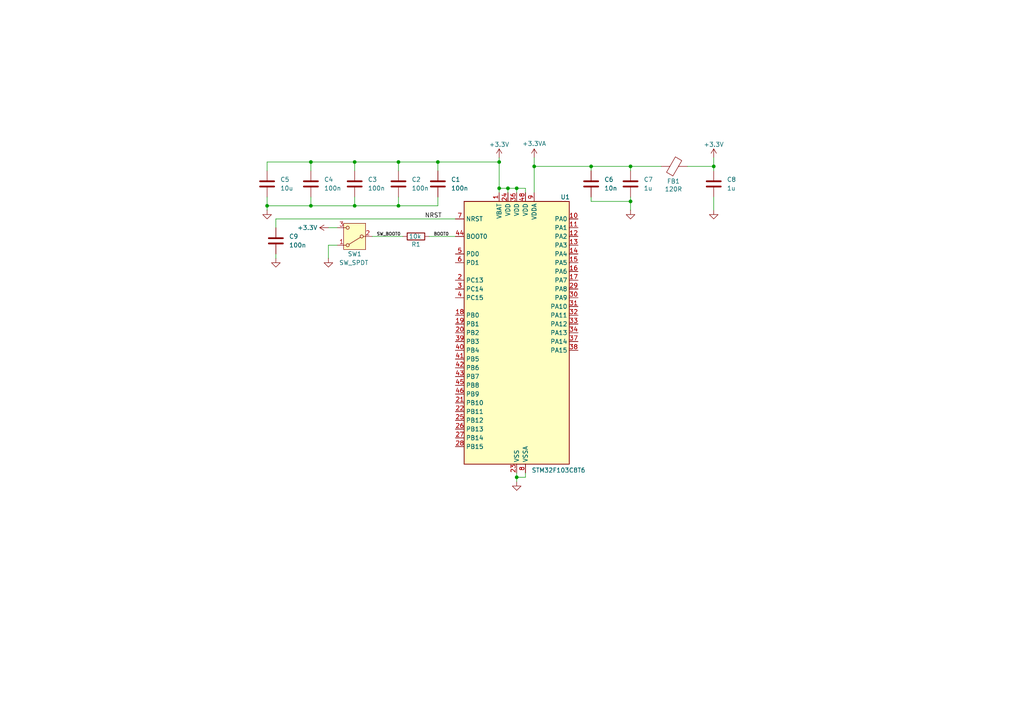
<source format=kicad_sch>
(kicad_sch (version 20250114) (generator "eeschema") (generator_version "9.0")
  (paper "A4")
  (title_block (title "STM32 Minimum Viable Board") (rev "1.0") (company "Soham Shete") (comment 1 "Team VAUV"))
  (lib_symbols
    (symbol "Device:C" (pin_numbers (hide yes)) (pin_names (offset 0.254))
      (property "Reference" "C" (at 0.635 2.54 0))
      (property "Value" "C" (at 0.635 -2.54 0))
      (symbol "C_0_1"
        (polyline (pts (xy -2.032 0.762) (xy 2.032 0.762)) (stroke (width 0.508)))
        (polyline (pts (xy -2.032 -0.762) (xy 2.032 -0.762)) (stroke (width 0.508)))
      )
      (symbol "C_1_1"
        (pin passive line (at 0 3.81 270) (length 2.794) (name "~") (number "1"))
        (pin passive line (at 0 -3.81 90) (length 2.794) (name "~") (number "2"))
      )
    )
    (symbol "Device:FerriteBead" (pin_numbers (hide yes)) (pin_names (offset 0))
      (property "Reference" "FB" (at -3.81 0.635 90))
      (property "Value" "FerriteBead" (at 3.81 0 90))
      (symbol "FerriteBead_0_1"
        (polyline (pts (xy -2.7686 0.4064) (xy -1.7018 2.2606) (xy 2.7686 -0.3048) (xy 1.6764 -2.159) (xy -2.7686 0.4064)))
        (polyline (pts (xy 0 1.27) (xy 0 1.2954)))
        (polyline (pts (xy 0 -1.27) (xy 0 -1.2192)))
      )
      (symbol "FerriteBead_1_1"
        (pin passive line (at 0 3.81 270) (length 2.54) (name "~") (number "1"))
        (pin passive line (at 0 -3.81 90) (length 2.54) (name "~") (number "2"))
      )
    )
    (symbol "Device:R" (pin_numbers (hide yes)) (pin_names (offset 0))
      (property "Reference" "R" (at 2.032 0 90))
      (property "Value" "R" (at 0 0 90))
      (symbol "R_0_1"
        (rectangle (start -1.016 -2.54) (end 1.016 2.54) (stroke (width 0.254)))
      )
      (symbol "R_1_1"
        (pin passive line (at 0 3.81 270) (length 1.27) (name "~") (number "1"))
        (pin passive line (at 0 -3.81 90) (length 1.27) (name "~") (number "2"))
      )
    )
    (symbol "MCU_ST_STM32F1:STM32F103C8Tx"
      (property "Reference" "U" (at -15.24 39.37 0))
      (property "Value" "STM32F103C8Tx" (at 7.62 39.37 0))
      (symbol "STM32F103C8Tx_0_1"
        (rectangle (start -15.24 -38.1) (end 15.24 38.1) (stroke (width 0.254)) (fill (type background)))
      )
      (symbol "STM32F103C8Tx_1_1"
        (pin input line (at -17.78 33.02 0) (length 2.54) (name "NRST") (number "7"))
        (pin input line (at -17.78 27.94 0) (length 2.54) (name "BOOT0") (number "44"))
        (pin bidirectional line (at -17.78 22.86 0) (length 2.54) (name "PD0") (number "5"))
        (pin bidirectional line (at -17.78 20.32 0) (length 2.54) (name "PD1") (number "6"))
        (pin bidirectional line (at -17.78 15.24 0) (length 2.54) (name "PC13") (number "2"))
        (pin bidirectional line (at -17.78 12.7 0) (length 2.54) (name "PC14") (number "3"))
        (pin bidirectional line (at -17.78 10.16 0) (length 2.54) (name "PC15") (number "4"))
        (pin bidirectional line (at -17.78 5.08 0) (length 2.54) (name "PB0") (number "18"))
        (pin bidirectional line (at -17.78 2.54 0) (length 2.54) (name "PB1") (number "19"))
        (pin bidirectional line (at -17.78 0 0) (length 2.54) (name "PB2") (number "20"))
        (pin bidirectional line (at -17.78 -2.54 0) (length 2.54) (name "PB3") (number "39"))
        (pin bidirectional line (at -17.78 -5.08 0) (length 2.54) (name "PB4") (number "40"))
        (pin bidirectional line (at -17.78 -7.62 0) (length 2.54) (name "PB5") (number "41"))
        (pin bidirectional line (at -17.78 -10.16 0) (length 2.54) (name "PB6") (number "42"))
        (pin bidirectional line (at -17.78 -12.7 0) (length 2.54) (name "PB7") (number "43"))
        (pin bidirectional line (at -17.78 -15.24 0) (length 2.54) (name "PB8") (number "45"))
        (pin bidirectional line (at -17.78 -17.78 0) (length 2.54) (name "PB9") (number "46"))
        (pin bidirectional line (at -17.78 -20.32 0) (length 2.54) (name "PB10") (number "21"))
        (pin bidirectional line (at -17.78 -22.86 0) (length 2.54) (name "PB11") (number "22"))
        (pin bidirectional line (at -17.78 -25.4 0) (length 2.54) (name "PB12") (number "25"))
        (pin bidirectional line (at -17.78 -27.94 0) (length 2.54) (name "PB13") (number "26"))
        (pin bidirectional line (at -17.78 -30.48 0) (length 2.54) (name "PB14") (number "27"))
        (pin bidirectional line (at -17.78 -33.02 0) (length 2.54) (name "PB15") (number "28"))
        (pin power_in line (at -5.08 40.64 270) (length 2.54) (name "VBAT") (number "1"))
        (pin power_in line (at -2.54 40.64 270) (length 2.54) (name "VDD") (number "24"))
        (pin power_in line (at 0 40.64 270) (length 2.54) (name "VDD") (number "36"))
        (pin power_in line (at 0 -40.64 90) (length 2.54) (name "VSS") (number "23"))
        (pin passive line (at 0 -40.64 90) (length 2.54) (hide yes) (name "VSS") (number "35"))
        (pin passive line (at 0 -40.64 90) (length 2.54) (hide yes) (name "VSS") (number "47"))
        (pin power_in line (at 2.54 40.64 270) (length 2.54) (name "VDD") (number "48"))
        (pin power_in line (at 2.54 -40.64 90) (length 2.54) (name "VSSA") (number "8"))
        (pin power_in line (at 5.08 40.64 270) (length 2.54) (name "VDDA") (number "9"))
        (pin bidirectional line (at 17.78 33.02 180) (length 2.54) (name "PA0") (number "10"))
        (pin bidirectional line (at 17.78 30.48 180) (length 2.54) (name "PA1") (number "11"))
        (pin bidirectional line (at 17.78 27.94 180) (length 2.54) (name "PA2") (number "12"))
        (pin bidirectional line (at 17.78 25.4 180) (length 2.54) (name "PA3") (number "13"))
        (pin bidirectional line (at 17.78 22.86 180) (length 2.54) (name "PA4") (number "14"))
        (pin bidirectional line (at 17.78 20.32 180) (length 2.54) (name "PA5") (number "15"))
        (pin bidirectional line (at 17.78 17.78 180) (length 2.54) (name "PA6") (number "16"))
        (pin bidirectional line (at 17.78 15.24 180) (length 2.54) (name "PA7") (number "17"))
        (pin bidirectional line (at 17.78 12.7 180) (length 2.54) (name "PA8") (number "29"))
        (pin bidirectional line (at 17.78 10.16 180) (length 2.54) (name "PA9") (number "30"))
        (pin bidirectional line (at 17.78 7.62 180) (length 2.54) (name "PA10") (number "31"))
        (pin bidirectional line (at 17.78 5.08 180) (length 2.54) (name "PA11") (number "32"))
        (pin bidirectional line (at 17.78 2.54 180) (length 2.54) (name "PA12") (number "33"))
        (pin bidirectional line (at 17.78 0 180) (length 2.54) (name "PA13") (number "34"))
        (pin bidirectional line (at 17.78 -2.54 180) (length 2.54) (name "PA14") (number "37"))
        (pin bidirectional line (at 17.78 -5.08 180) (length 2.54) (name "PA15") (number "38"))
      )
    )
    (symbol "Switch:SW_SPDT" (pin_names (offset 0) (hide yes))
      (property "Reference" "SW" (at 0 5.08 0))
      (property "Value" "SW_SPDT" (at 0 -5.08 0))
      (symbol "SW_SPDT_0_1"
        (circle (center -2.032 0) (radius 0.4572))
        (polyline (pts (xy -1.651 0.254) (xy 1.651 2.286)))
        (circle (center 2.032 2.54) (radius 0.4572))
        (circle (center 2.032 -2.54) (radius 0.4572))
      )
      (symbol "SW_SPDT_1_1"
        (rectangle (start -3.175 3.81) (end 3.175 -3.81) (fill (type background)))
        (pin passive line (at -5.08 0 0) (length 2.54) (name "B") (number "2"))
        (pin passive line (at 5.08 2.54 180) (length 2.54) (name "A") (number "1"))
        (pin passive line (at 5.08 -2.54 180) (length 2.54) (name "C") (number "3"))
      )
    )
    (symbol "power:+3.3V" (power) (pin_numbers (hide yes)) (pin_names (offset 0) (hide yes))
      (property "Value" "+3.3V" (at 0 3.556 0))
      (symbol "+3.3V_0_1"
        (polyline (pts (xy -0.762 1.27) (xy 0 2.54)))
        (polyline (pts (xy 0 2.54) (xy 0.762 1.27)))
        (polyline (pts (xy 0 0) (xy 0 2.54)))
      )
      (symbol "+3.3V_1_1"
        (pin power_in line (at 0 0 90) (length 0) (name "~") (number "1"))
      )
    )
    (symbol "power:+3.3VA" (power) (pin_numbers (hide yes)) (pin_names (offset 0) (hide yes))
      (property "Value" "+3.3VA" (at 0 3.556 0))
      (symbol "+3.3VA_0_1"
        (polyline (pts (xy -0.762 1.27) (xy 0 2.54)))
        (polyline (pts (xy 0 2.54) (xy 0.762 1.27)))
        (polyline (pts (xy 0 0) (xy 0 2.54)))
      )
      (symbol "+3.3VA_1_1"
        (pin power_in line (at 0 0 90) (length 0) (name "~") (number "1"))
      )
    )
    (symbol "power:GND" (power) (pin_numbers (hide yes)) (pin_names (offset 0) (hide yes))
      (property "Value" "GND" (at 0 -3.81 0))
      (symbol "GND_0_1"
        (polyline (pts (xy 0 0) (xy 0 -1.27) (xy 1.27 -1.27) (xy 0 -2.54) (xy -1.27 -1.27) (xy 0 -1.27)))
      )
      (symbol "GND_1_1"
        (pin power_in line (at 0 0 270) (length 0) (name "~") (number "1"))
      )
    )
  )
  (junction (at 102.87 46.99))
  (junction (at 182.88 58.42))
  (junction (at 127 46.99))
  (junction (at 115.57 59.69))
  (junction (at 90.17 59.69))
  (junction (at 149.86 54.61))
  (junction (at 102.87 59.69))
  (junction (at 171.45 48.26))
  (junction (at 115.57 46.99))
  (junction (at 90.17 46.99))
  (junction (at 182.88 48.26))
  (junction (at 144.78 46.99))
  (junction (at 149.86 138.43))
  (junction (at 144.78 54.61))
  (junction (at 147.32 54.61))
  (junction (at 207.01 48.26))
  (junction (at 77.47 59.69))
  (junction (at 154.94 48.26))
  (wire (pts (xy 147.32 54.61) (xy 149.86 54.61)))
  (wire (pts (xy 182.88 48.26) (xy 171.45 48.26)))
  (wire (pts (xy 102.87 46.99) (xy 115.57 46.99)))
  (wire (pts (xy 107.95 68.58) (xy 116.84 68.58)))
  (wire (pts (xy 152.4 138.43) (xy 152.4 137.16)))
  (wire (pts (xy 90.17 46.99) (xy 90.17 49.53)))
  (wire (pts (xy 127 59.69) (xy 127 57.15)))
  (wire (pts (xy 102.87 59.69) (xy 115.57 59.69)))
  (wire (pts (xy 77.47 49.53) (xy 77.47 46.99)))
  (wire (pts (xy 149.86 138.43) (xy 152.4 138.43)))
  (wire (pts (xy 199.39 48.26) (xy 207.01 48.26)))
  (wire (pts (xy 95.25 66.04) (xy 97.79 66.04)))
  (wire (pts (xy 77.47 57.15) (xy 77.47 59.69)))
  (wire (pts (xy 127 46.99) (xy 144.78 46.99)))
  (wire (pts (xy 115.57 46.99) (xy 127 46.99)))
  (wire (pts (xy 132.08 63.5) (xy 80.01 63.5)))
  (wire (pts (xy 149.86 54.61) (xy 152.4 54.61)))
  (wire (pts (xy 90.17 46.99) (xy 102.87 46.99)))
  (wire (pts (xy 115.57 57.15) (xy 115.57 59.69)))
  (wire (pts (xy 149.86 138.43) (xy 149.86 139.7)))
  (wire (pts (xy 171.45 48.26) (xy 154.94 48.26)))
  (wire (pts (xy 144.78 46.99) (xy 144.78 54.61)))
  (wire (pts (xy 97.79 71.12) (xy 95.25 71.12)))
  (wire (pts (xy 77.47 59.69) (xy 90.17 59.69)))
  (wire (pts (xy 124.46 68.58) (xy 132.08 68.58)))
  (wire (pts (xy 144.78 45.72) (xy 144.78 46.99)))
  (wire (pts (xy 95.25 71.12) (xy 95.25 74.93)))
  (wire (pts (xy 127 49.53) (xy 127 46.99)))
  (wire (pts (xy 154.94 45.72) (xy 154.94 48.26)))
  (wire (pts (xy 90.17 59.69) (xy 102.87 59.69)))
  (wire (pts (xy 207.01 45.72) (xy 207.01 48.26)))
  (wire (pts (xy 77.47 46.99) (xy 90.17 46.99)))
  (wire (pts (xy 171.45 48.26) (xy 171.45 49.53)))
  (wire (pts (xy 182.88 58.42) (xy 182.88 60.96)))
  (wire (pts (xy 182.88 58.42) (xy 182.88 57.15)))
  (wire (pts (xy 144.78 54.61) (xy 144.78 55.88)))
  (wire (pts (xy 182.88 49.53) (xy 182.88 48.26)))
  (wire (pts (xy 77.47 60.96) (xy 77.47 59.69)))
  (wire (pts (xy 182.88 48.26) (xy 191.77 48.26)))
  (wire (pts (xy 115.57 59.69) (xy 127 59.69)))
  (wire (pts (xy 207.01 48.26) (xy 207.01 49.53)))
  (wire (pts (xy 80.01 63.5) (xy 80.01 66.04)))
  (wire (pts (xy 152.4 54.61) (xy 152.4 55.88)))
  (wire (pts (xy 149.86 137.16) (xy 149.86 138.43)))
  (wire (pts (xy 207.01 57.15) (xy 207.01 60.96)))
  (wire (pts (xy 149.86 54.61) (xy 149.86 55.88)))
  (wire (pts (xy 154.94 48.26) (xy 154.94 55.88)))
  (wire (pts (xy 90.17 57.15) (xy 90.17 59.69)))
  (wire (pts (xy 144.78 54.61) (xy 147.32 54.61)))
  (wire (pts (xy 102.87 57.15) (xy 102.87 59.69)))
  (wire (pts (xy 171.45 57.15) (xy 171.45 58.42)))
  (wire (pts (xy 102.87 46.99) (xy 102.87 49.53)))
  (wire (pts (xy 115.57 46.99) (xy 115.57 49.53)))
  (wire (pts (xy 147.32 54.61) (xy 147.32 55.88)))
  (wire (pts (xy 80.01 73.66) (xy 80.01 74.93)))
  (wire (pts (xy 171.45 58.42) (xy 182.88 58.42)))
  (label "" (at 123.19 68.58 0) (effects (font (size 1.143 1.143))))
  (label "BOOT0" (at 125.73 68.58 0) (effects (font (size 0.889 0.889))))
  (label "NRST" (at 123.19 63.5 0))
  (label "SW_BOOT0" (at 109.22 68.58 0) (effects (font (size 0.889 0.889))))
  (symbol (lib_id "power:GND") (at 207.01 60.96 0) (unit 1)
    (property "Reference" "#PWR06" (effects (hide yes)))
    (property "Value" "GND" (effects (hide yes)))
    (property "Description" "Power symbol creates a global label with name \"GND\" , ground" (effects (hide yes)))
  )
  (symbol (lib_id "Device:C") (at 80.01 69.85 0) (unit 1)
    (property "Reference" "C9" (at 83.82 68.5799 0) (effects (justify left)))
    (property "Value" "100n" (at 83.82 71.1199 0) (effects (justify left)))
    (property "Description" "Unpolarized capacitor" (effects (hide yes)))
  )
  (symbol (lib_id "MCU_ST_STM32F1:STM32F103C8Tx") (at 149.86 96.52 0) (unit 1)
    (property "Reference" "U1" (at 162.56 57.15 0) (effects (justify left)))
    (property "Value" "STM32F103C8T6" (at 154.178 136.398 0) (effects (justify left)))
    (property "Footprint" "Package_QFP:LQFP-48_7x7mm_P0.5mm" (effects (hide yes)))
    (property "Datasheet" "https://www.st.com/resource/en/datasheet/stm32f103c8.pdf" (effects (hide yes)))
    (property "Description" "STMicroelectronics Arm Cortex-M3 MCU, 64KB flash, 20KB RAM, 72 MHz, 2.0-3.6V, 37 GPIO, LQFP48" (effects (hide yes)))
  )
  (symbol (lib_id "Device:C") (at 127 53.34 0) (unit 1)
    (property "Reference" "C1" (at 130.81 52.0699 0) (effects (justify left)))
    (property "Value" "100n" (at 130.81 54.6099 0) (effects (justify left)))
    (property "Description" "Unpolarized capacitor" (effects (hide yes)))
  )
  (symbol (lib_id "Switch:SW_SPDT") (at 102.87 68.58 180) (unit 1)
    (property "Reference" "SW1" (at 102.87 73.66 0))
    (property "Value" "SW_SPDT" (at 102.616 76.2 0))
    (property "Description" "Switch, single pole double throw" (effects (hide yes)))
  )
  (symbol (lib_id "Device:C") (at 115.57 53.34 0) (unit 1)
    (property "Reference" "C2" (at 119.38 52.0699 0) (effects (justify left)))
    (property "Value" "100n" (at 119.38 54.6099 0) (effects (justify left)))
    (property "Description" "Unpolarized capacitor" (effects (hide yes)))
  )
  (symbol (lib_id "Device:C") (at 77.47 53.34 0) (unit 1)
    (property "Reference" "C5" (at 81.28 52.0699 0) (effects (justify left)))
    (property "Value" "10u" (at 81.28 54.6099 0) (effects (justify left)))
    (property "Description" "Unpolarized capacitor" (effects (hide yes)))
  )
  (symbol (lib_id "Device:C") (at 207.01 53.34 0) (unit 1)
    (property "Reference" "C8" (at 210.82 52.0699 0) (effects (justify left)))
    (property "Value" "1u" (at 210.82 54.6099 0) (effects (justify left)))
    (property "Description" "Unpolarized capacitor" (effects (hide yes)))
  )
  (symbol (lib_id "power:+3.3V") (at 207.01 45.72 0) (unit 1)
    (property "Reference" "#PWR07" (effects (hide yes)))
    (property "Value" "+3.3V" (at 207.01 41.91 0))
    (property "Description" "Power symbol creates a global label with name \"+3.3V\"" (effects (hide yes)))
  )
  (symbol (lib_id "power:GND") (at 77.47 60.96 0) (unit 1)
    (property "Reference" "#PWR03" (effects (hide yes)))
    (property "Value" "GND" (effects (hide yes)))
    (property "Description" "Power symbol creates a global label with name \"GND\" , ground" (effects (hide yes)))
  )
  (symbol (lib_id "Device:C") (at 90.17 53.34 0) (unit 1)
    (property "Reference" "C4" (at 93.98 52.0699 0) (effects (justify left)))
    (property "Value" "100n" (at 93.98 54.6099 0) (effects (justify left)))
    (property "Description" "Unpolarized capacitor" (effects (hide yes)))
  )
  (symbol (lib_id "Device:R") (at 120.65 68.58 90) (mirror x) (unit 1)
    (property "Reference" "R1" (at 120.65 70.866 90))
    (property "Value" "10k" (at 120.396 68.58 90))
    (property "Description" "Resistor" (effects (hide yes)))
  )
  (symbol (lib_id "Device:C") (at 182.88 53.34 0) (unit 1)
    (property "Reference" "C7" (at 186.69 52.0699 0) (effects (justify left)))
    (property "Value" "1u" (at 186.69 54.6099 0) (effects (justify left)))
    (property "Description" "Unpolarized capacitor" (effects (hide yes)))
  )
  (symbol (lib_id "power:+3.3VA") (at 154.94 45.72 0) (unit 1)
    (property "Reference" "#PWR04" (effects (hide yes)))
    (property "Value" "+3.3VA" (at 154.94 41.656 0))
    (property "Description" "Power symbol creates a global label with name \"+3.3VA\"" (effects (hide yes)))
  )
  (symbol (lib_id "power:GND") (at 80.01 74.93 0) (unit 1)
    (property "Reference" "#PWR08" (effects (hide yes)))
    (property "Value" "GND" (effects (hide yes)))
    (property "Description" "Power symbol creates a global label with name \"GND\" , ground" (effects (hide yes)))
  )
  (symbol (lib_id "Device:C") (at 102.87 53.34 0) (unit 1)
    (property "Reference" "C3" (at 106.68 52.0699 0) (effects (justify left)))
    (property "Value" "100n" (at 106.68 54.6099 0) (effects (justify left)))
    (property "Description" "Unpolarized capacitor" (effects (hide yes)))
  )
  (symbol (lib_id "power:GND") (at 182.88 60.96 0) (unit 1)
    (property "Reference" "#PWR05" (effects (hide yes)))
    (property "Value" "GND" (effects (hide yes)))
    (property "Description" "Power symbol creates a global label with name \"GND\" , ground" (effects (hide yes)))
  )
  (symbol (lib_id "power:+3.3V") (at 144.78 45.72 0) (unit 1)
    (property "Reference" "#PWR02" (effects (hide yes)))
    (property "Value" "+3.3V" (at 144.78 41.91 0))
    (property "Description" "Power symbol creates a global label with name \"+3.3V\"" (effects (hide yes)))
  )
  (symbol (lib_id "power:GND") (at 149.86 139.7 0) (unit 1)
    (property "Reference" "#PWR01" (effects (hide yes)))
    (property "Value" "GND" (effects (hide yes)))
    (property "Description" "Power symbol creates a global label with name \"GND\" , ground" (effects (hide yes)))
  )
  (symbol (lib_id "power:GND") (at 95.25 74.93 0) (unit 1)
    (property "Reference" "#PWR09" (effects (hide yes)))
    (property "Value" "GND" (effects (hide yes)))
    (property "Description" "Power symbol creates a global label with name \"GND\" , ground" (effects (hide yes)))
  )
  (symbol (lib_id "Device:FerriteBead") (at 195.58 48.26 90) (unit 1)
    (property "Reference" "FB1" (at 195.326 52.578 90))
    (property "Value" "120R" (at 195.326 54.864 90))
    (property "Description" "Ferrite bead" (effects (hide yes)))
  )
  (symbol (lib_id "Device:C") (at 171.45 53.34 0) (unit 1)
    (property "Reference" "C6" (at 175.26 52.0699 0) (effects (justify left)))
    (property "Value" "10n" (at 175.26 54.6099 0) (effects (justify left)))
    (property "Description" "Unpolarized capacitor" (effects (hide yes)))
  )
  (symbol (lib_id "power:+3.3V") (at 95.25 66.04 90) (unit 1)
    (property "Reference" "#PWR010" (effects (hide yes)))
    (property "Value" "+3.3V" (at 89.154 66.04 90))
    (property "Description" "Power symbol creates a global label with name \"+3.3V\"" (effects (hide yes)))
  )
)
</source>
